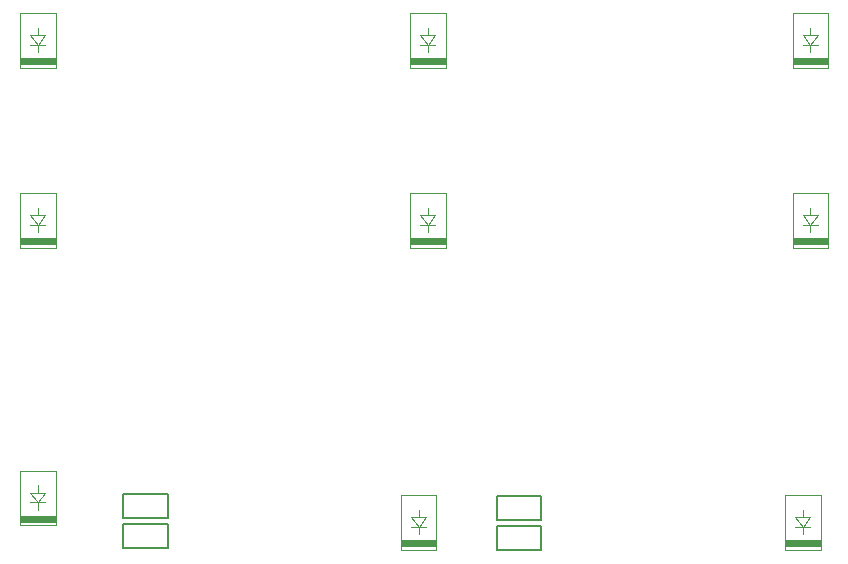
<source format=gbr>
%FSLAX34Y34*%
%MOMM*%
%LNSILK_BOTTOM*%
G71*
G01*
%ADD10C, 0.000*%
%ADD11C, 0.150*%
%LPD*%
G54D10*
X93449Y-143224D02*
X93449Y-97224D01*
X63449Y-97224D01*
X63449Y-143224D01*
X93449Y-143224D01*
G36*
X63449Y-140224D02*
X93449Y-140224D01*
X93449Y-135224D01*
X63449Y-135224D01*
X63449Y-140224D01*
G37*
G54D10*
X63449Y-140224D02*
X93449Y-140224D01*
X93449Y-135224D01*
X63449Y-135224D01*
X63449Y-140224D01*
G54D10*
X78449Y-130224D02*
X78449Y-123824D01*
X84749Y-123824D01*
X72049Y-123824D01*
X78449Y-123824D01*
X84749Y-115924D01*
X72049Y-115924D01*
X78449Y-123824D01*
G54D10*
X78449Y-115924D02*
X78449Y-109524D01*
G54D10*
X423649Y-143224D02*
X423649Y-97224D01*
X393649Y-97224D01*
X393649Y-143224D01*
X423649Y-143224D01*
G36*
X393649Y-140224D02*
X423649Y-140224D01*
X423649Y-135224D01*
X393649Y-135224D01*
X393649Y-140224D01*
G37*
G54D10*
X393649Y-140224D02*
X423649Y-140224D01*
X423649Y-135224D01*
X393649Y-135224D01*
X393649Y-140224D01*
G54D10*
X408649Y-130224D02*
X408649Y-123824D01*
X414949Y-123824D01*
X402249Y-123824D01*
X408649Y-123824D01*
X414949Y-115924D01*
X402249Y-115924D01*
X408649Y-123824D01*
G54D10*
X408649Y-115924D02*
X408649Y-109524D01*
G54D10*
X747499Y-143224D02*
X747499Y-97224D01*
X717499Y-97224D01*
X717499Y-143224D01*
X747499Y-143224D01*
G36*
X717499Y-140224D02*
X747499Y-140224D01*
X747499Y-135224D01*
X717499Y-135224D01*
X717499Y-140224D01*
G37*
G54D10*
X717499Y-140224D02*
X747499Y-140224D01*
X747499Y-135224D01*
X717499Y-135224D01*
X717499Y-140224D01*
G54D10*
X732499Y-130224D02*
X732499Y-123824D01*
X738799Y-123824D01*
X726099Y-123824D01*
X732499Y-123824D01*
X738799Y-115924D01*
X726099Y-115924D01*
X732499Y-123824D01*
G54D10*
X732499Y-115924D02*
X732499Y-109524D01*
G54D10*
X93449Y-295624D02*
X93449Y-249624D01*
X63449Y-249624D01*
X63449Y-295624D01*
X93449Y-295624D01*
G36*
X63449Y-292624D02*
X93449Y-292624D01*
X93449Y-287624D01*
X63449Y-287624D01*
X63449Y-292624D01*
G37*
G54D10*
X63449Y-292624D02*
X93449Y-292624D01*
X93449Y-287624D01*
X63449Y-287624D01*
X63449Y-292624D01*
G54D10*
X78449Y-282624D02*
X78449Y-276224D01*
X84749Y-276224D01*
X72049Y-276224D01*
X78449Y-276224D01*
X84749Y-268324D01*
X72049Y-268324D01*
X78449Y-276224D01*
G54D10*
X78449Y-268324D02*
X78449Y-261924D01*
G54D10*
X423649Y-295624D02*
X423649Y-249624D01*
X393649Y-249624D01*
X393649Y-295624D01*
X423649Y-295624D01*
G36*
X393649Y-292624D02*
X423649Y-292624D01*
X423649Y-287624D01*
X393649Y-287624D01*
X393649Y-292624D01*
G37*
G54D10*
X393649Y-292624D02*
X423649Y-292624D01*
X423649Y-287624D01*
X393649Y-287624D01*
X393649Y-292624D01*
G54D10*
X408649Y-282624D02*
X408649Y-276224D01*
X414949Y-276224D01*
X402249Y-276224D01*
X408649Y-276224D01*
X414949Y-268324D01*
X402249Y-268324D01*
X408649Y-276224D01*
G54D10*
X408649Y-268324D02*
X408649Y-261924D01*
G54D10*
X747499Y-295624D02*
X747499Y-249624D01*
X717499Y-249624D01*
X717499Y-295624D01*
X747499Y-295624D01*
G36*
X717499Y-292624D02*
X747499Y-292624D01*
X747499Y-287624D01*
X717499Y-287624D01*
X717499Y-292624D01*
G37*
G54D10*
X717499Y-292624D02*
X747499Y-292624D01*
X747499Y-287624D01*
X717499Y-287624D01*
X717499Y-292624D01*
G54D10*
X732499Y-282624D02*
X732499Y-276224D01*
X738799Y-276224D01*
X726099Y-276224D01*
X732499Y-276224D01*
X738799Y-268324D01*
X726099Y-268324D01*
X732499Y-276224D01*
G54D10*
X732499Y-268324D02*
X732499Y-261924D01*
G54D10*
X415712Y-551212D02*
X415712Y-505212D01*
X385712Y-505212D01*
X385712Y-551212D01*
X415712Y-551212D01*
G36*
X385712Y-548212D02*
X415712Y-548212D01*
X415712Y-543212D01*
X385712Y-543212D01*
X385712Y-548212D01*
G37*
G54D10*
X385712Y-548212D02*
X415712Y-548212D01*
X415712Y-543212D01*
X385712Y-543212D01*
X385712Y-548212D01*
G54D10*
X400712Y-538212D02*
X400712Y-531812D01*
X407012Y-531812D01*
X394312Y-531812D01*
X400712Y-531812D01*
X407012Y-523912D01*
X394312Y-523912D01*
X400712Y-531812D01*
G54D10*
X400712Y-523912D02*
X400712Y-517512D01*
G54D10*
X93449Y-530574D02*
X93449Y-484574D01*
X63449Y-484574D01*
X63449Y-530574D01*
X93449Y-530574D01*
G36*
X63449Y-527574D02*
X93449Y-527574D01*
X93449Y-522574D01*
X63449Y-522574D01*
X63449Y-527574D01*
G37*
G54D10*
X63449Y-527574D02*
X93449Y-527574D01*
X93449Y-522574D01*
X63449Y-522574D01*
X63449Y-527574D01*
G54D10*
X78449Y-517574D02*
X78449Y-511174D01*
X84749Y-511174D01*
X72049Y-511174D01*
X78449Y-511174D01*
X84749Y-503274D01*
X72049Y-503274D01*
X78449Y-511174D01*
G54D10*
X78449Y-503274D02*
X78449Y-496874D01*
G54D10*
X741149Y-551212D02*
X741149Y-505212D01*
X711149Y-505212D01*
X711149Y-551212D01*
X741149Y-551212D01*
G36*
X711150Y-548212D02*
X741150Y-548212D01*
X741150Y-543212D01*
X711150Y-543212D01*
X711150Y-548212D01*
G37*
G54D10*
X711150Y-548212D02*
X741150Y-548212D01*
X741150Y-543212D01*
X711150Y-543212D01*
X711150Y-548212D01*
G54D10*
X726150Y-538212D02*
X726150Y-531812D01*
X732450Y-531812D01*
X719750Y-531812D01*
X726150Y-531812D01*
X732450Y-523912D01*
X719750Y-523912D01*
X726150Y-531812D01*
G54D10*
X726150Y-523912D02*
X726150Y-517512D01*
G54D11*
X150838Y-524350D02*
X150838Y-504350D01*
X188838Y-504350D01*
X188838Y-524350D01*
X150838Y-524350D01*
G54D11*
X150838Y-549750D02*
X150838Y-529750D01*
X188838Y-529750D01*
X188838Y-549750D01*
X150838Y-549750D01*
G54D11*
X466750Y-525938D02*
X466750Y-505938D01*
X504750Y-505938D01*
X504750Y-525938D01*
X466750Y-525938D01*
G54D11*
X466750Y-551338D02*
X466750Y-531338D01*
X504750Y-531338D01*
X504750Y-551338D01*
X466750Y-551338D01*
M02*

</source>
